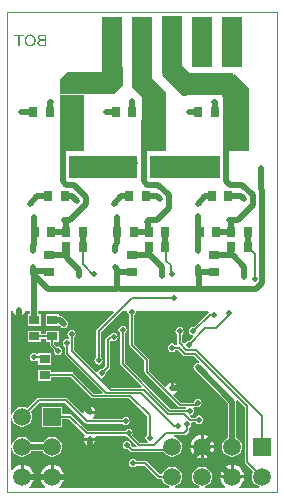
<source format=gbl>
%FSLAX25Y25*%
%MOIN*%
G70*
G01*
G75*
G04 Layer_Physical_Order=2*
G04 Layer_Color=16711680*
%ADD10R,0.03937X0.05906*%
%ADD11R,0.15748X0.08465*%
%ADD12R,0.02402X0.03268*%
%ADD13R,0.15748X0.02362*%
%ADD14R,0.12362X0.02835*%
%ADD15R,0.03543X0.03150*%
%ADD16O,0.02362X0.08661*%
%ADD17P,0.20044X4X360.0*%
G04:AMPARAMS|DCode=18|XSize=8.66mil|YSize=27.56mil|CornerRadius=0mil|HoleSize=0mil|Usage=FLASHONLY|Rotation=315.000|XOffset=0mil|YOffset=0mil|HoleType=Round|Shape=Rectangle|*
%AMROTATEDRECTD18*
4,1,4,-0.01281,-0.00668,0.00668,0.01281,0.01281,0.00668,-0.00668,-0.01281,-0.01281,-0.00668,0.0*
%
%ADD18ROTATEDRECTD18*%

G04:AMPARAMS|DCode=19|XSize=8.66mil|YSize=27.56mil|CornerRadius=0mil|HoleSize=0mil|Usage=FLASHONLY|Rotation=45.000|XOffset=0mil|YOffset=0mil|HoleType=Round|Shape=Rectangle|*
%AMROTATEDRECTD19*
4,1,4,0.00668,-0.01281,-0.01281,0.00668,-0.00668,0.01281,0.01281,-0.00668,0.00668,-0.01281,0.0*
%
%ADD19ROTATEDRECTD19*%

%ADD20C,0.00800*%
%ADD21C,0.00600*%
%ADD22C,0.02000*%
%ADD23R,0.06500X0.17000*%
%ADD24R,0.07000X0.17000*%
%ADD25R,0.08000X0.05500*%
%ADD26R,0.07000X0.33000*%
%ADD27R,0.07500X0.05500*%
%ADD28R,0.10000X0.04500*%
%ADD29R,0.11000X0.04500*%
%ADD30R,0.07000X0.20000*%
%ADD31R,0.58000X0.10500*%
%ADD32C,0.00200*%
%ADD33R,0.05906X0.05906*%
%ADD34C,0.05906*%
%ADD35R,0.05906X0.05906*%
%ADD36C,0.01969*%
%ADD37R,0.01378X0.01378*%
%ADD38R,0.03150X0.03543*%
%ADD39R,0.23000X0.07500*%
%ADD40R,0.23500X0.07500*%
%ADD41R,0.17000X0.07500*%
%ADD42R,0.07000X0.19500*%
%ADD43R,0.08000X0.19500*%
%ADD44R,0.07000X0.21000*%
%ADD45R,0.08000X0.19000*%
G36*
X7866Y152402D02*
X8005Y152385D01*
X8138Y152357D01*
X8266Y152324D01*
X8382Y152279D01*
X8493Y152235D01*
X8593Y152185D01*
X8682Y152135D01*
X8765Y152085D01*
X8838Y152035D01*
X8899Y151991D01*
X8948Y151947D01*
X8987Y151913D01*
X9021Y151885D01*
X9037Y151869D01*
X9043Y151863D01*
X9132Y151758D01*
X9209Y151647D01*
X9281Y151525D01*
X9337Y151403D01*
X9387Y151275D01*
X9431Y151153D01*
X9465Y151031D01*
X9487Y150914D01*
X9509Y150803D01*
X9526Y150698D01*
X9537Y150603D01*
X9548Y150526D01*
Y150459D01*
X9553Y150409D01*
Y150376D01*
Y150370D01*
Y150365D01*
X9542Y150176D01*
X9520Y150004D01*
X9487Y149838D01*
X9465Y149765D01*
X9442Y149693D01*
X9426Y149632D01*
X9404Y149577D01*
X9387Y149527D01*
X9370Y149482D01*
X9359Y149449D01*
X9348Y149427D01*
X9337Y149410D01*
Y149405D01*
X9243Y149244D01*
X9143Y149105D01*
X9032Y148983D01*
X8926Y148883D01*
X8832Y148800D01*
X8793Y148766D01*
X8760Y148744D01*
X8726Y148722D01*
X8704Y148705D01*
X8693Y148700D01*
X8688Y148694D01*
X8604Y148650D01*
X8521Y148611D01*
X8355Y148544D01*
X8194Y148500D01*
X8044Y148467D01*
X7972Y148456D01*
X7911Y148450D01*
X7855Y148439D01*
X7805D01*
X7772Y148433D01*
X7716D01*
X7533Y148444D01*
X7361Y148472D01*
X7200Y148505D01*
X7128Y148528D01*
X7062Y148550D01*
X7000Y148572D01*
X6945Y148594D01*
X6900Y148611D01*
X6862Y148628D01*
X6828Y148644D01*
X6801Y148655D01*
X6790Y148667D01*
X6784D01*
X6629Y148766D01*
X6495Y148877D01*
X6384Y148994D01*
X6290Y149105D01*
X6212Y149210D01*
X6185Y149249D01*
X6162Y149288D01*
X6140Y149321D01*
X6129Y149344D01*
X6118Y149360D01*
Y149366D01*
X6074Y149455D01*
X6040Y149543D01*
X5979Y149721D01*
X5935Y149899D01*
X5907Y150059D01*
X5902Y150132D01*
X5890Y150198D01*
X5885Y150259D01*
Y150309D01*
X5879Y150354D01*
Y150381D01*
Y150404D01*
Y150409D01*
X5890Y150620D01*
X5913Y150814D01*
X5929Y150903D01*
X5951Y150992D01*
X5974Y151070D01*
X5990Y151142D01*
X6013Y151208D01*
X6035Y151269D01*
X6051Y151319D01*
X6074Y151364D01*
X6085Y151397D01*
X6096Y151419D01*
X6107Y151436D01*
Y151442D01*
X6196Y151602D01*
X6301Y151747D01*
X6412Y151869D01*
X6512Y151969D01*
X6606Y152047D01*
X6651Y152080D01*
X6684Y152108D01*
X6717Y152124D01*
X6740Y152141D01*
X6751Y152146D01*
X6756Y152152D01*
X6840Y152196D01*
X6923Y152235D01*
X7084Y152302D01*
X7250Y152346D01*
X7395Y152374D01*
X7461Y152385D01*
X7528Y152396D01*
X7578Y152402D01*
X7628D01*
X7666Y152407D01*
X7716D01*
X7866Y152402D01*
D02*
G37*
G36*
X4500Y58576D02*
X4774Y58631D01*
X5431Y59069D01*
X5869Y59726D01*
X5970Y60231D01*
X7572D01*
Y59231D01*
X6828D01*
Y55281D01*
X11172D01*
Y59231D01*
X10427D01*
Y60231D01*
X35424D01*
X35615Y59769D01*
X29900Y54053D01*
X29723Y53789D01*
X29661Y53477D01*
X29661Y53476D01*
Y44894D01*
X29478Y44772D01*
X29173Y44314D01*
X29065Y43774D01*
X29173Y43234D01*
X29478Y42776D01*
X29936Y42470D01*
X30476Y42363D01*
X31017Y42470D01*
X31475Y42776D01*
X31780Y43234D01*
X31888Y43774D01*
X31780Y44314D01*
X31475Y44772D01*
X31292Y44894D01*
Y53139D01*
X38384Y60231D01*
X39899D01*
X40089Y60000D01*
X40196Y59460D01*
X40502Y59002D01*
X40786Y58812D01*
Y49000D01*
X40841Y48727D01*
X40995Y48495D01*
X45786Y43704D01*
Y40000D01*
X45786Y40000D01*
X45786D01*
X45841Y39727D01*
X45995Y39495D01*
X56995Y28495D01*
X57227Y28341D01*
X57500Y28286D01*
X59664D01*
X59741Y28143D01*
X59484Y27714D01*
X54296D01*
X39214Y42796D01*
Y52812D01*
X39498Y53002D01*
X39804Y53460D01*
X39911Y54000D01*
X39804Y54540D01*
X39498Y54998D01*
X39040Y55304D01*
X38500Y55411D01*
X37960Y55304D01*
X37502Y54998D01*
X37196Y54540D01*
X37089Y54000D01*
X37196Y53460D01*
X37502Y53002D01*
X37786Y52812D01*
Y42500D01*
X37786Y42500D01*
X37786D01*
X37841Y42227D01*
X37995Y41995D01*
X44815Y35176D01*
X44624Y34714D01*
X34796D01*
X31809Y37701D01*
X31954Y38179D01*
X32040Y38196D01*
X32498Y38502D01*
X32804Y38960D01*
X32911Y39500D01*
X32869Y39715D01*
X34077Y40923D01*
X34077Y40923D01*
X34254Y41188D01*
X34254Y41188D01*
X34254Y41188D01*
X34316Y41500D01*
X34316Y41500D01*
Y50096D01*
X34757Y50332D01*
X34960Y50196D01*
X35500Y50089D01*
X36040Y50196D01*
X36498Y50502D01*
X36804Y50960D01*
X36911Y51500D01*
X36804Y52040D01*
X36498Y52498D01*
X36040Y52804D01*
X35500Y52911D01*
X34960Y52804D01*
X34502Y52498D01*
X34362Y52288D01*
X34188Y52254D01*
X34082Y52183D01*
X33923Y52077D01*
X33923Y52077D01*
X32923Y51077D01*
X32746Y50812D01*
X32684Y50500D01*
X32684Y50500D01*
Y41838D01*
X31715Y40869D01*
X31500Y40911D01*
X30960Y40804D01*
X30502Y40498D01*
X30196Y40040D01*
X30179Y39954D01*
X29700Y39809D01*
X22398Y47111D01*
Y51435D01*
X22498Y51502D01*
X22804Y51960D01*
X22911Y52500D01*
X22804Y53040D01*
X22498Y53498D01*
X22040Y53804D01*
X21500Y53911D01*
X20960Y53804D01*
X20502Y53498D01*
X20196Y53040D01*
X20089Y52500D01*
X20196Y51960D01*
X20502Y51502D01*
X20695Y51373D01*
X20671Y50874D01*
X20540Y50804D01*
X20000Y50911D01*
X19460Y50804D01*
X19002Y50498D01*
X18696Y50040D01*
X18589Y49500D01*
X18696Y48960D01*
X19002Y48502D01*
X19286Y48312D01*
Y46000D01*
X19286Y46000D01*
X19286D01*
X19341Y45727D01*
X19495Y45495D01*
X31813Y33178D01*
X31622Y32716D01*
X28938D01*
X22077Y39577D01*
X21812Y39754D01*
X21500Y39816D01*
X21500Y39816D01*
X14672D01*
Y40719D01*
X10328D01*
Y36769D01*
X14672D01*
Y38184D01*
X21162D01*
X28023Y31323D01*
X28023Y31323D01*
X28288Y31146D01*
X28288Y31146D01*
X28288Y31146D01*
D01*
X28288Y31146D01*
X28288Y31146D01*
X28600Y31084D01*
X28600Y31084D01*
X40762D01*
X46684Y25162D01*
Y19120D01*
X46502Y18998D01*
X46196Y18540D01*
X46089Y18000D01*
X46196Y17460D01*
X46502Y17002D01*
X46960Y16696D01*
X46864Y16214D01*
X44296D01*
X41702Y18807D01*
X41804Y18960D01*
X41911Y19500D01*
X41804Y20040D01*
X41498Y20498D01*
X41040Y20804D01*
X40500Y20911D01*
X39960Y20804D01*
X39502Y20498D01*
X39380Y20316D01*
X26838D01*
X21577Y25577D01*
X21312Y25754D01*
X21000Y25816D01*
X21000Y25816D01*
X18353D01*
Y28353D01*
X11647D01*
Y21647D01*
X18353D01*
Y24184D01*
X20662D01*
X25923Y18923D01*
X25923Y18923D01*
Y18923D01*
X25923D01*
X25956Y18760D01*
X25631Y18274D01*
X25576Y18000D01*
X29424D01*
X29369Y18274D01*
X29588Y18684D01*
X39380D01*
X39502Y18502D01*
X39960Y18196D01*
X40378Y18113D01*
X43213Y15278D01*
X43022Y14816D01*
X41838D01*
X41369Y15285D01*
X41411Y15500D01*
X41304Y16040D01*
X40998Y16498D01*
X40540Y16804D01*
X40000Y16911D01*
X39460Y16804D01*
X39002Y16498D01*
X38696Y16040D01*
X38589Y15500D01*
X38696Y14960D01*
X39002Y14502D01*
X39460Y14196D01*
X40000Y14089D01*
X40215Y14131D01*
X40923Y13423D01*
X41188Y13246D01*
X41500Y13184D01*
X41500Y13184D01*
X52167D01*
X52609Y12609D01*
X53309Y12071D01*
X54125Y11734D01*
X55000Y11618D01*
X55875Y11734D01*
X56691Y12071D01*
X57391Y12609D01*
X57929Y13309D01*
X58266Y14125D01*
X58382Y15000D01*
X58266Y15875D01*
X57929Y16691D01*
X57391Y17391D01*
X56691Y17929D01*
X55875Y18267D01*
X55717Y18287D01*
X55749Y18786D01*
X59000D01*
X59273Y18841D01*
X59505Y18995D01*
X60505Y19995D01*
X60659Y20227D01*
X60714Y20500D01*
Y21312D01*
X60998Y21502D01*
X61304Y21960D01*
X61411Y22500D01*
X61332Y22900D01*
X61649Y23286D01*
X62812D01*
X63002Y23002D01*
X63460Y22696D01*
X64000Y22589D01*
X64540Y22696D01*
X64998Y23002D01*
X65304Y23460D01*
X65411Y24000D01*
X65304Y24540D01*
X64998Y24998D01*
X64540Y25304D01*
X64000Y25411D01*
X63460Y25304D01*
X63002Y24998D01*
X62812Y24714D01*
X61296D01*
X60904Y25105D01*
X60934Y25256D01*
X61037Y25596D01*
X61540Y25696D01*
X61998Y26002D01*
X62304Y26460D01*
X62411Y27000D01*
X62304Y27540D01*
X62100Y27845D01*
X62336Y28286D01*
X62825D01*
X62960Y28196D01*
X63500Y28089D01*
X64040Y28196D01*
X64498Y28502D01*
X64804Y28960D01*
X64911Y29500D01*
X64804Y30040D01*
X64498Y30498D01*
X64040Y30804D01*
X63500Y30911D01*
X62960Y30804D01*
X62502Y30498D01*
X62196Y30040D01*
X62131Y29714D01*
X57796D01*
X55402Y32107D01*
X55547Y32586D01*
X55774Y32631D01*
X56431Y33069D01*
X56869Y33726D01*
X56924Y34000D01*
X55000D01*
Y34500D01*
X54500D01*
Y36424D01*
X54226Y36369D01*
X53569Y35931D01*
X53131Y35274D01*
X53086Y35047D01*
X52607Y34902D01*
X47214Y40296D01*
Y44000D01*
D01*
Y44000D01*
X47214D01*
D01*
Y44000D01*
X47214D01*
Y44000D01*
X47214Y44000D01*
X47214Y44000D01*
D01*
D01*
D01*
D01*
X47159Y44273D01*
X47107Y44351D01*
X47107Y44351D01*
X47005Y44505D01*
Y44505D01*
X47005Y44505D01*
X42214Y49296D01*
Y58812D01*
X42498Y59002D01*
X42804Y59460D01*
X42911Y60000D01*
X43101Y60231D01*
X67041D01*
X67186Y59752D01*
X66923Y59577D01*
X66923Y59577D01*
X62215Y54869D01*
X62000Y54911D01*
X61460Y54804D01*
X61002Y54498D01*
X60696Y54040D01*
X60589Y53500D01*
X60696Y52960D01*
X61002Y52502D01*
X61460Y52196D01*
X61843Y52120D01*
X61988Y51641D01*
X60715Y50369D01*
X60500Y50411D01*
X59960Y50304D01*
X59502Y49998D01*
X59196Y49540D01*
X58731Y49399D01*
X58316Y49815D01*
Y52380D01*
X58498Y52502D01*
X58804Y52960D01*
X58911Y53500D01*
X58804Y54040D01*
X58498Y54498D01*
X58040Y54804D01*
X57500Y54911D01*
X56960Y54804D01*
X56502Y54498D01*
X56196Y54040D01*
X56089Y53500D01*
X56196Y52960D01*
X56502Y52502D01*
X56684Y52380D01*
Y49477D01*
X56684Y49477D01*
X56739Y49202D01*
X56661Y49108D01*
X56224Y48816D01*
X55998Y48998D01*
X55998Y48998D01*
X55540Y49304D01*
X55000Y49411D01*
X54460Y49304D01*
X54002Y48998D01*
X53696Y48540D01*
X53589Y48000D01*
X53696Y47460D01*
X54002Y47002D01*
X54460Y46696D01*
X55000Y46589D01*
X55540Y46696D01*
X55998Y47002D01*
X56120Y47184D01*
X56942D01*
X58687Y45439D01*
X58687Y45439D01*
X58846Y45333D01*
X58952Y45262D01*
X59264Y45200D01*
X62146D01*
X64038Y43308D01*
X63802Y42867D01*
X63500Y42927D01*
X62954Y42819D01*
X62491Y42509D01*
X62181Y42046D01*
X62073Y41500D01*
X62181Y40954D01*
X62491Y40491D01*
X73572Y29409D01*
Y18038D01*
X73309Y17929D01*
X72609Y17391D01*
X72071Y16691D01*
X71733Y15875D01*
X71618Y15000D01*
X71733Y14125D01*
X72071Y13309D01*
X72609Y12609D01*
X73309Y12071D01*
X74125Y11734D01*
X75000Y11618D01*
X75875Y11734D01*
X76691Y12071D01*
X77391Y12609D01*
X77929Y13309D01*
X78266Y14125D01*
X78382Y15000D01*
X78266Y15875D01*
X77929Y16691D01*
X77391Y17391D01*
X76691Y17929D01*
X76427Y18038D01*
Y30000D01*
X76367Y30303D01*
X76808Y30538D01*
X79184Y28162D01*
Y10000D01*
X79184Y10000D01*
X79246Y9688D01*
X79423Y9423D01*
X82108Y6739D01*
X82071Y6691D01*
X81734Y5875D01*
X81618Y5000D01*
X81734Y4125D01*
X82071Y3309D01*
X82609Y2609D01*
X83309Y2071D01*
X84125Y1734D01*
X84154Y1730D01*
X84122Y1231D01*
X77359D01*
X77198Y1704D01*
X77819Y2181D01*
X78453Y3007D01*
X78851Y3968D01*
X78921Y4500D01*
X71079D01*
X71149Y3968D01*
X71547Y3007D01*
X72181Y2181D01*
X72802Y1704D01*
X72641Y1231D01*
X65878D01*
X65845Y1730D01*
X65875Y1734D01*
X66691Y2071D01*
X67391Y2609D01*
X67929Y3309D01*
X68266Y4125D01*
X68382Y5000D01*
X68266Y5875D01*
X67929Y6691D01*
X67391Y7391D01*
X66691Y7929D01*
X65875Y8266D01*
X65000Y8382D01*
X64125Y8266D01*
X63309Y7929D01*
X62609Y7391D01*
X62071Y6691D01*
X61734Y5875D01*
X61618Y5000D01*
X61734Y4125D01*
X62071Y3309D01*
X62609Y2609D01*
X63309Y2071D01*
X64125Y1734D01*
X64154Y1730D01*
X64122Y1231D01*
X55878D01*
X55845Y1730D01*
X55875Y1734D01*
X56691Y2071D01*
X57391Y2609D01*
X57929Y3309D01*
X58266Y4125D01*
X58382Y5000D01*
X58266Y5875D01*
X57929Y6691D01*
X57391Y7391D01*
X56691Y7929D01*
X55875Y8266D01*
X55000Y8382D01*
X54125Y8266D01*
X53309Y7929D01*
X52609Y7391D01*
X52071Y6691D01*
X51733Y5875D01*
X51726Y5816D01*
X50838D01*
X46577Y10077D01*
X46312Y10254D01*
X46000Y10316D01*
X46000Y10316D01*
X43120D01*
X42998Y10498D01*
X42540Y10804D01*
X42000Y10911D01*
X41460Y10804D01*
X41002Y10498D01*
X40696Y10040D01*
X40589Y9500D01*
X40696Y8960D01*
X41002Y8502D01*
X41460Y8196D01*
X42000Y8089D01*
X42540Y8196D01*
X42998Y8502D01*
X43120Y8684D01*
X45662D01*
X49923Y4423D01*
X50188Y4247D01*
X50500Y4184D01*
X50500Y4184D01*
X51726D01*
X51733Y4125D01*
X52071Y3309D01*
X52609Y2609D01*
X53309Y2071D01*
X54125Y1734D01*
X54154Y1730D01*
X54122Y1231D01*
X17359D01*
X17198Y1704D01*
X17819Y2181D01*
X18453Y3007D01*
X18851Y3968D01*
X18921Y4500D01*
X11079D01*
X11149Y3968D01*
X11547Y3007D01*
X12181Y2181D01*
X12802Y1704D01*
X12641Y1231D01*
X7359D01*
X7198Y1704D01*
X7819Y2181D01*
X8453Y3007D01*
X8851Y3968D01*
X8921Y4500D01*
X5000D01*
Y5000D01*
X4500D01*
Y8921D01*
X3968Y8851D01*
X3007Y8453D01*
X2181Y7819D01*
X1645Y7121D01*
X1172Y7282D01*
Y14570D01*
X1671Y14603D01*
X1733Y14125D01*
X2071Y13309D01*
X2609Y12609D01*
X3309Y12071D01*
X4125Y11734D01*
X5000Y11618D01*
X5875Y11734D01*
X6691Y12071D01*
X7391Y12609D01*
X7929Y13309D01*
X8038Y13573D01*
X11962D01*
X12071Y13309D01*
X12609Y12609D01*
X13309Y12071D01*
X14125Y11734D01*
X15000Y11618D01*
X15875Y11734D01*
X16691Y12071D01*
X17391Y12609D01*
X17929Y13309D01*
X18266Y14125D01*
X18382Y15000D01*
X18266Y15875D01*
X17929Y16691D01*
X17391Y17391D01*
X16691Y17929D01*
X15875Y18267D01*
X15000Y18382D01*
X14125Y18267D01*
X13309Y17929D01*
X12609Y17391D01*
X12071Y16691D01*
X11962Y16428D01*
X8038D01*
X7929Y16691D01*
X7391Y17391D01*
X6691Y17929D01*
X5875Y18267D01*
X5000Y18382D01*
X4125Y18267D01*
X3309Y17929D01*
X2609Y17391D01*
X2071Y16691D01*
X1733Y15875D01*
X1671Y15397D01*
X1172Y15430D01*
Y24570D01*
X1671Y24603D01*
X1733Y24125D01*
X2071Y23309D01*
X2609Y22609D01*
X3309Y22071D01*
X4125Y21734D01*
X5000Y21618D01*
X5875Y21734D01*
X6691Y22071D01*
X7391Y22609D01*
X7929Y23309D01*
X8266Y24125D01*
X8382Y25000D01*
X8266Y25875D01*
X7929Y26691D01*
X7892Y26739D01*
X10838Y29684D01*
X19162D01*
X25923Y22923D01*
X25923Y22923D01*
X26188Y22746D01*
X26500Y22684D01*
X38380D01*
X38502Y22502D01*
X38960Y22196D01*
X39500Y22089D01*
X40040Y22196D01*
X40498Y22502D01*
X40804Y22960D01*
X40911Y23500D01*
X40804Y24040D01*
X40498Y24498D01*
X40040Y24804D01*
X39500Y24911D01*
X38960Y24804D01*
X38502Y24498D01*
X38380Y24316D01*
X28664D01*
X28519Y24794D01*
X28931Y25069D01*
X29369Y25726D01*
X29424Y26000D01*
X27500D01*
Y26500D01*
X27000D01*
Y28424D01*
X26726Y28369D01*
X26069Y27931D01*
X25631Y27274D01*
X25477Y26500D01*
X25513Y26317D01*
X25072Y26081D01*
X20077Y31077D01*
X19812Y31254D01*
X19500Y31316D01*
X19500Y31316D01*
X10500D01*
X10188Y31254D01*
X10082Y31183D01*
X9923Y31077D01*
X9923Y31077D01*
X6739Y27892D01*
X6691Y27929D01*
X5875Y28267D01*
X5000Y28382D01*
X4125Y28267D01*
X3309Y27929D01*
X2609Y27391D01*
X2071Y26691D01*
X1733Y25875D01*
X1671Y25398D01*
X1172Y25430D01*
Y60231D01*
X2030D01*
X2131Y59726D01*
X2569Y59069D01*
X3226Y58631D01*
X3500Y58576D01*
Y60500D01*
X4500D01*
Y58576D01*
D02*
G37*
G36*
X13000Y148500D02*
X11535D01*
X11402Y148505D01*
X11285Y148511D01*
X11180Y148522D01*
X11091Y148533D01*
X11019Y148544D01*
X10963Y148550D01*
X10930Y148561D01*
X10919D01*
X10824Y148589D01*
X10747Y148617D01*
X10675Y148650D01*
X10614Y148683D01*
X10564Y148705D01*
X10525Y148728D01*
X10503Y148744D01*
X10497Y148750D01*
X10436Y148800D01*
X10380Y148861D01*
X10336Y148922D01*
X10292Y148977D01*
X10258Y149033D01*
X10236Y149072D01*
X10220Y149099D01*
X10214Y149110D01*
X10175Y149199D01*
X10147Y149288D01*
X10125Y149371D01*
X10114Y149449D01*
X10103Y149516D01*
X10097Y149571D01*
Y149604D01*
Y149610D01*
Y149616D01*
X10103Y149738D01*
X10125Y149849D01*
X10158Y149943D01*
X10192Y150032D01*
X10225Y150098D01*
X10258Y150148D01*
X10281Y150182D01*
X10286Y150193D01*
X10364Y150282D01*
X10447Y150354D01*
X10541Y150415D01*
X10625Y150465D01*
X10702Y150504D01*
X10769Y150526D01*
X10791Y150537D01*
X10808Y150542D01*
X10819Y150548D01*
X10824D01*
X10730Y150603D01*
X10647Y150659D01*
X10580Y150720D01*
X10525Y150776D01*
X10480Y150820D01*
X10447Y150864D01*
X10430Y150886D01*
X10425Y150898D01*
X10380Y150981D01*
X10347Y151058D01*
X10319Y151136D01*
X10303Y151208D01*
X10292Y151269D01*
X10286Y151319D01*
Y151347D01*
Y151358D01*
X10292Y151453D01*
X10308Y151547D01*
X10336Y151630D01*
X10364Y151708D01*
X10391Y151775D01*
X10419Y151819D01*
X10436Y151852D01*
X10441Y151863D01*
X10503Y151947D01*
X10569Y152024D01*
X10641Y152085D01*
X10708Y152135D01*
X10763Y152174D01*
X10813Y152202D01*
X10847Y152218D01*
X10852Y152224D01*
X10858D01*
X10963Y152263D01*
X11080Y152291D01*
X11196Y152313D01*
X11307Y152324D01*
X11407Y152335D01*
X11452D01*
X11490Y152341D01*
X13000D01*
Y148500D01*
D02*
G37*
G36*
X5513Y151885D02*
X4248D01*
Y148500D01*
X3737D01*
Y151885D01*
X2472D01*
Y152341D01*
X5513D01*
Y151885D01*
D02*
G37*
G36*
X38500Y135500D02*
X35500Y132500D01*
X17500D01*
Y137500D01*
X20000Y140000D01*
X31500D01*
Y141500D01*
X38500D01*
Y135500D01*
D02*
G37*
G36*
X80500Y134500D02*
Y133000D01*
X73500D01*
X75500Y139500D01*
X80500Y134500D01*
D02*
G37*
G36*
X53000Y133000D02*
Y131500D01*
X45000D01*
X41500Y135000D01*
Y137500D01*
X48500D01*
X53000Y133000D01*
D02*
G37*
G36*
X61000Y139500D02*
X60000Y132000D01*
X58500D01*
X51500Y139000D01*
X58500Y142000D01*
X61000Y139500D01*
D02*
G37*
%LPC*%
G36*
X15500Y8921D02*
Y5500D01*
X18921D01*
X18851Y6032D01*
X18453Y6994D01*
X17819Y7819D01*
X16993Y8453D01*
X16032Y8851D01*
X15500Y8921D01*
D02*
G37*
G36*
X14500D02*
X13968Y8851D01*
X13006Y8453D01*
X12181Y7819D01*
X11547Y6994D01*
X11149Y6032D01*
X11079Y5500D01*
X14500D01*
Y8921D01*
D02*
G37*
G36*
X75500D02*
Y5500D01*
X78921D01*
X78851Y6032D01*
X78453Y6994D01*
X77819Y7819D01*
X76993Y8453D01*
X76032Y8851D01*
X75500Y8921D01*
D02*
G37*
G36*
X74500D02*
X73968Y8851D01*
X73006Y8453D01*
X72181Y7819D01*
X71547Y6994D01*
X71149Y6032D01*
X71079Y5500D01*
X74500D01*
Y8921D01*
D02*
G37*
G36*
X12489Y150276D02*
X11479D01*
X11363Y150265D01*
X11268Y150254D01*
X11191Y150243D01*
X11130Y150232D01*
X11080Y150221D01*
X11057Y150215D01*
X11046Y150209D01*
X10974Y150182D01*
X10913Y150148D01*
X10858Y150110D01*
X10813Y150071D01*
X10780Y150037D01*
X10758Y150010D01*
X10741Y149987D01*
X10736Y149982D01*
X10697Y149921D01*
X10669Y149860D01*
X10647Y149799D01*
X10636Y149743D01*
X10625Y149693D01*
X10619Y149649D01*
Y149627D01*
Y149616D01*
X10625Y149549D01*
X10630Y149482D01*
X10641Y149427D01*
X10658Y149382D01*
X10675Y149344D01*
X10686Y149310D01*
X10691Y149294D01*
X10697Y149288D01*
X10730Y149238D01*
X10758Y149194D01*
X10797Y149160D01*
X10824Y149127D01*
X10852Y149105D01*
X10874Y149088D01*
X10891Y149077D01*
X10897Y149072D01*
X10991Y149027D01*
X11085Y148994D01*
X11124Y148983D01*
X11157Y148977D01*
X11180Y148972D01*
X11185D01*
X11230Y148966D01*
X11280Y148961D01*
X11396Y148955D01*
X12489D01*
Y150276D01*
D02*
G37*
G36*
X7766Y151969D02*
X7716D01*
X7578Y151963D01*
X7445Y151941D01*
X7328Y151908D01*
X7228Y151874D01*
X7145Y151836D01*
X7112Y151819D01*
X7084Y151808D01*
X7056Y151791D01*
X7039Y151786D01*
X7034Y151775D01*
X7028D01*
X6923Y151697D01*
X6828Y151608D01*
X6745Y151519D01*
X6679Y151430D01*
X6629Y151353D01*
X6590Y151286D01*
X6579Y151264D01*
X6567Y151247D01*
X6562Y151236D01*
Y151231D01*
X6506Y151097D01*
X6468Y150953D01*
X6440Y150820D01*
X6423Y150692D01*
X6412Y150631D01*
X6407Y150581D01*
Y150531D01*
X6401Y150493D01*
Y150459D01*
Y150437D01*
Y150420D01*
Y150415D01*
X6407Y150282D01*
X6418Y150154D01*
X6434Y150032D01*
X6457Y149921D01*
X6490Y149821D01*
X6518Y149726D01*
X6551Y149638D01*
X6584Y149560D01*
X6623Y149494D01*
X6656Y149432D01*
X6684Y149382D01*
X6712Y149344D01*
X6740Y149310D01*
X6756Y149283D01*
X6767Y149272D01*
X6773Y149266D01*
X6845Y149194D01*
X6923Y149133D01*
X7000Y149083D01*
X7078Y149033D01*
X7156Y148994D01*
X7239Y148966D01*
X7311Y148938D01*
X7389Y148916D01*
X7456Y148900D01*
X7522Y148889D01*
X7578Y148877D01*
X7628Y148872D01*
X7666D01*
X7694Y148866D01*
X7722D01*
X7827Y148872D01*
X7927Y148883D01*
X8016Y148905D01*
X8105Y148927D01*
X8188Y148961D01*
X8266Y148994D01*
X8338Y149027D01*
X8405Y149066D01*
X8460Y149105D01*
X8510Y149138D01*
X8554Y149172D01*
X8593Y149205D01*
X8621Y149227D01*
X8643Y149249D01*
X8654Y149260D01*
X8660Y149266D01*
X8726Y149344D01*
X8782Y149427D01*
X8832Y149516D01*
X8876Y149604D01*
X8910Y149699D01*
X8943Y149788D01*
X8987Y149965D01*
X8998Y150043D01*
X9010Y150121D01*
X9021Y150187D01*
X9026Y150243D01*
X9032Y150293D01*
Y150331D01*
Y150354D01*
Y150359D01*
X9026Y150515D01*
X9015Y150659D01*
X8998Y150798D01*
X8971Y150920D01*
X8943Y151031D01*
X8910Y151131D01*
X8871Y151225D01*
X8838Y151303D01*
X8799Y151375D01*
X8765Y151436D01*
X8732Y151486D01*
X8704Y151525D01*
X8677Y151558D01*
X8660Y151580D01*
X8649Y151591D01*
X8643Y151597D01*
X8571Y151663D01*
X8493Y151719D01*
X8416Y151769D01*
X8332Y151813D01*
X8255Y151847D01*
X8177Y151880D01*
X8033Y151924D01*
X7966Y151935D01*
X7905Y151947D01*
X7855Y151958D01*
X7805Y151963D01*
X7766Y151969D01*
D02*
G37*
G36*
X5500Y8921D02*
Y5500D01*
X8921D01*
X8851Y6032D01*
X8453Y6994D01*
X7819Y7819D01*
X6993Y8453D01*
X6032Y8851D01*
X5500Y8921D01*
D02*
G37*
G36*
X12489Y151885D02*
X11579D01*
X11457Y151874D01*
X11363Y151869D01*
X11280Y151858D01*
X11218Y151847D01*
X11180Y151841D01*
X11152Y151830D01*
X11146D01*
X11085Y151808D01*
X11030Y151775D01*
X10985Y151741D01*
X10947Y151708D01*
X10919Y151680D01*
X10897Y151652D01*
X10886Y151636D01*
X10880Y151630D01*
X10847Y151575D01*
X10824Y151519D01*
X10808Y151464D01*
X10797Y151408D01*
X10791Y151364D01*
X10786Y151330D01*
Y151308D01*
Y151297D01*
X10791Y151225D01*
X10802Y151158D01*
X10819Y151103D01*
X10836Y151058D01*
X10852Y151020D01*
X10869Y150986D01*
X10880Y150970D01*
X10886Y150964D01*
X10924Y150920D01*
X10974Y150875D01*
X11024Y150842D01*
X11069Y150820D01*
X11113Y150798D01*
X11146Y150781D01*
X11169Y150776D01*
X11180Y150770D01*
X11241Y150759D01*
X11318Y150748D01*
X11396Y150742D01*
X11474Y150737D01*
X11546Y150731D01*
X12489D01*
Y151885D01*
D02*
G37*
G36*
X55500Y36424D02*
Y35000D01*
X56924D01*
X56869Y35274D01*
X56431Y35931D01*
X55774Y36369D01*
X55500Y36424D01*
D02*
G37*
G36*
X28000Y28424D02*
Y27000D01*
X29424D01*
X29369Y27274D01*
X28931Y27931D01*
X28274Y28369D01*
X28000Y28424D01*
D02*
G37*
G36*
X8888Y46300D02*
X8348Y46192D01*
X7890Y45886D01*
X7584Y45428D01*
X7477Y44888D01*
X7584Y44348D01*
X7890Y43890D01*
X8348Y43584D01*
X8888Y43477D01*
X9428Y43584D01*
X9886Y43890D01*
X10328Y43595D01*
Y42281D01*
X14672D01*
Y46231D01*
X10328D01*
Y46182D01*
X9886Y45886D01*
X9428Y46192D01*
X8888Y46300D01*
D02*
G37*
G36*
X17172Y59231D02*
X12828D01*
Y55281D01*
X17172D01*
X17172Y55281D01*
Y55281D01*
X17545Y55436D01*
X17991Y54991D01*
X18454Y54681D01*
X19000Y54573D01*
X19546Y54681D01*
X20009Y54991D01*
X20319Y55454D01*
X20427Y56000D01*
X20319Y56546D01*
X20009Y57009D01*
X18754Y58265D01*
X18290Y58575D01*
X17744Y58683D01*
X17744Y58683D01*
X17172D01*
Y59231D01*
D02*
G37*
G36*
Y53719D02*
X12828D01*
Y52458D01*
X11172D01*
Y53719D01*
X6828D01*
Y49769D01*
X11172D01*
Y51030D01*
X12828D01*
Y49769D01*
X14286D01*
Y49000D01*
X14341Y48727D01*
X14495Y48495D01*
X15655Y47335D01*
X15589Y47000D01*
X15696Y46460D01*
X16002Y46002D01*
X16460Y45696D01*
X17000Y45589D01*
X17540Y45696D01*
X17998Y46002D01*
X18304Y46460D01*
X18411Y47000D01*
X18304Y47540D01*
X17998Y47998D01*
X17540Y48304D01*
X17000Y48411D01*
X16665Y48345D01*
X15714Y49296D01*
Y49769D01*
X17172D01*
Y53719D01*
D02*
G37*
G36*
X29424Y17000D02*
X28000D01*
Y15576D01*
X28274Y15631D01*
X28931Y16069D01*
X29369Y16726D01*
X29424Y17000D01*
D02*
G37*
G36*
X68921Y14500D02*
X65500D01*
Y11079D01*
X66032Y11149D01*
X66993Y11547D01*
X67819Y12181D01*
X68453Y13007D01*
X68851Y13968D01*
X68921Y14500D01*
D02*
G37*
G36*
X64500D02*
X61079D01*
X61149Y13968D01*
X61547Y13007D01*
X62181Y12181D01*
X63007Y11547D01*
X63968Y11149D01*
X64500Y11079D01*
Y14500D01*
D02*
G37*
G36*
Y18921D02*
X63968Y18851D01*
X63007Y18453D01*
X62181Y17819D01*
X61547Y16994D01*
X61149Y16032D01*
X61079Y15500D01*
X64500D01*
Y18921D01*
D02*
G37*
G36*
X27000Y17000D02*
X25576D01*
X25631Y16726D01*
X26069Y16069D01*
X26726Y15631D01*
X27000Y15576D01*
Y17000D01*
D02*
G37*
G36*
X65500Y18921D02*
Y15500D01*
X68921D01*
X68851Y16032D01*
X68453Y16994D01*
X67819Y17819D01*
X66993Y18453D01*
X66032Y18851D01*
X65500Y18921D01*
D02*
G37*
%LPD*%
D15*
X12500Y38744D02*
D03*
Y44256D02*
D03*
X9000Y57256D02*
D03*
Y51744D02*
D03*
X15000D02*
D03*
Y57256D02*
D03*
X69000Y73244D02*
D03*
Y78756D02*
D03*
X41500Y73244D02*
D03*
Y78756D02*
D03*
X14000Y73244D02*
D03*
Y78756D02*
D03*
D20*
X54000Y14000D02*
X55000Y15000D01*
X41500Y14000D02*
X54000D01*
X40000Y15500D02*
X41500Y14000D01*
X41100Y31900D02*
X47500Y25500D01*
Y18000D02*
Y25500D01*
X85000Y15000D02*
Y25197D01*
X59761Y47216D02*
X62981D01*
X57500Y49477D02*
X59761Y47216D01*
X62981D02*
X85000Y25197D01*
X59264Y46016D02*
X62484D01*
X57280Y48000D02*
X59264Y46016D01*
X55000Y48000D02*
X57280D01*
X62484Y46016D02*
X80000Y28500D01*
Y10000D02*
Y28500D01*
X57500Y49477D02*
Y53500D01*
X50500Y5000D02*
X55000D01*
X46000Y9500D02*
X50500Y5000D01*
X42000Y9500D02*
X46000D01*
X80000Y10000D02*
X85000Y5000D01*
X5000Y25000D02*
X10500Y30500D01*
X19500D01*
X26500Y23500D01*
X39500D01*
X15000Y25000D02*
X21000D01*
X26500Y19500D01*
X40500D01*
X12500Y38744D02*
X12756Y39000D01*
X21500D01*
X28600Y31900D01*
X41100D01*
X67500Y59000D02*
X69000D01*
X62000Y53500D02*
X67500Y59000D01*
X74000D02*
Y59500D01*
X69500Y54500D02*
X74000Y59000D01*
X66000Y54500D02*
X69500D01*
X60500Y49000D02*
X66000Y54500D01*
X34500Y51500D02*
X35500D01*
X33500Y50500D02*
X34500Y51500D01*
X33500Y41500D02*
Y50500D01*
X31500Y39500D02*
X33500Y41500D01*
X41500Y64500D02*
X55500D01*
X30476Y53477D02*
X41500Y64500D01*
X30476Y43774D02*
Y53477D01*
X25256Y75744D02*
X29000Y72000D01*
X82500Y71000D02*
Y79256D01*
X80256Y81500D02*
X82500Y79256D01*
X54500Y73000D02*
X55000Y72500D01*
X54500Y73000D02*
Y75500D01*
X53000Y77000D02*
X54500Y75500D01*
X53000Y77000D02*
Y81256D01*
X52756Y81500D02*
X53000Y81256D01*
X29000Y72000D02*
Y72500D01*
X25256Y75744D02*
Y81500D01*
D21*
X40500Y19000D02*
Y19500D01*
Y19000D02*
X44000Y15500D01*
X49000D01*
X53000Y19500D01*
X59000D01*
X60000Y20500D01*
Y22500D01*
X61000Y24000D02*
X64000D01*
X59000Y26000D02*
X61000Y24000D01*
X53586Y26000D02*
X59000D01*
X55500Y22000D02*
X57000D01*
X46500Y40000D02*
X57500Y29000D01*
X41500Y49000D02*
X46500Y44000D01*
Y40000D02*
Y44000D01*
X45586Y34000D02*
X53586Y26000D01*
X34500Y34000D02*
X45586D01*
X54000Y27000D02*
X61000D01*
X38500Y42500D02*
X54000Y27000D01*
X38500Y42500D02*
Y54000D01*
X44500Y33000D02*
X55500Y22000D01*
X21684Y46816D02*
X34500Y34000D01*
X21684Y46816D02*
Y52316D01*
X33000Y33000D02*
X44500D01*
X20000Y46000D02*
X33000Y33000D01*
X20000Y46000D02*
Y49500D01*
X21500Y52500D02*
X21684Y52316D01*
X41500Y49000D02*
Y60000D01*
X63000Y29000D02*
X63500Y29500D01*
X57500Y29000D02*
X63000D01*
X15000Y49000D02*
Y51744D01*
Y49000D02*
X17000Y47000D01*
X8888Y44888D02*
X11868D01*
X9000Y51744D02*
X15000D01*
D22*
X27800Y12200D02*
X49300D01*
X27500Y12500D02*
X27800Y12200D01*
X49300D02*
X51500Y10000D01*
X20000Y34000D02*
X27500Y26500D01*
X8500Y34000D02*
X20000D01*
X27500Y12500D02*
Y17500D01*
X20000Y5000D02*
X27500Y12500D01*
X15000Y5000D02*
X20000D01*
X6500Y36000D02*
X8500Y34000D01*
X6500Y36000D02*
Y43000D01*
X4000Y45500D02*
X6500Y43000D01*
X4000Y45500D02*
Y60500D01*
X63500Y41500D02*
X75000Y30000D01*
Y15000D02*
Y30000D01*
X55000Y34500D02*
X65000D01*
X68500Y31000D01*
Y18500D02*
Y31000D01*
X65000Y15000D02*
X68500Y18500D01*
X51500Y10000D02*
X60500D01*
X65000Y14500D01*
Y15000D01*
X63744Y82244D02*
Y91756D01*
Y82244D02*
Y91756D01*
Y82244D02*
Y91756D01*
Y82244D02*
Y91756D01*
Y82244D02*
Y91756D01*
X47000Y86744D02*
Y90000D01*
Y86744D02*
Y90000D01*
Y86744D02*
Y90000D01*
Y86744D02*
Y90000D01*
Y86744D02*
Y90000D01*
X18500Y103529D02*
Y116000D01*
Y103529D02*
Y116000D01*
Y103529D02*
Y116000D01*
Y103529D02*
Y116000D01*
Y103529D02*
Y116000D01*
X20000Y117500D01*
X18500Y116000D02*
X20000Y117500D01*
X18500Y116000D02*
X20000Y117500D01*
X18500Y116000D02*
X20000Y117500D01*
X18500Y116000D02*
X20000Y117500D01*
X9000Y82500D02*
Y91500D01*
Y82500D02*
Y91500D01*
Y82500D02*
Y91500D01*
Y82500D02*
Y91500D01*
Y82500D02*
Y91500D01*
X69000Y78756D02*
X75244D01*
X69000D02*
X75244D01*
X41500D02*
X46756D01*
X9000Y82500D02*
Y91500D01*
X18500Y103529D02*
Y116000D01*
X20000Y117500D01*
X47000Y86744D02*
Y90000D01*
Y86744D02*
X47244Y86500D01*
X63744Y82244D02*
Y91756D01*
X63500Y72500D02*
Y74830D01*
X36500Y72500D02*
Y74330D01*
Y67500D02*
Y72500D01*
X8500D02*
X13500Y67500D01*
X8500Y72500D02*
X9500Y73500D01*
X9000Y57256D02*
Y72000D01*
X17744Y57256D02*
X19000Y56000D01*
X15000Y57256D02*
X17744D01*
X24000Y72000D02*
Y74000D01*
X14000Y78756D02*
X19244D01*
X20000Y78000D02*
X24000Y74000D01*
X65000Y15000D02*
X75000Y5000D01*
X53500Y109500D02*
X64500D01*
X37244Y73244D02*
X41500D01*
X13500Y67500D02*
X36500D01*
X5000Y15000D02*
X15000D01*
X5000Y5000D02*
X15000D01*
X64000Y67500D02*
X83000D01*
X62500D02*
X64000D01*
Y72000D01*
X83000Y67500D02*
X85000Y69500D01*
X84500Y100985D02*
Y108000D01*
Y100985D02*
X85000Y100485D01*
Y69500D02*
Y100485D01*
X37500Y67500D02*
X62000D01*
X67500Y109500D02*
X69500D01*
X64500D02*
X67500D01*
X10000Y98500D02*
X13744D01*
X7500Y96000D02*
X10000Y98500D01*
X20000Y117500D02*
X23000D01*
X14756Y86500D02*
X19744D01*
X74000Y90500D02*
X77000D01*
X74744Y86500D02*
Y89756D01*
X63500Y82000D02*
X63744Y82244D01*
X54000Y94500D02*
Y98743D01*
X50000Y90500D02*
X54000Y94500D01*
X22243Y102272D02*
X26272Y98243D01*
X19757Y102272D02*
X22243D01*
X18500Y103529D02*
X19757Y102272D01*
X26272Y95757D02*
Y98243D01*
X38000Y98500D02*
X40744D01*
X35500Y96000D02*
X38000Y98500D01*
X73000Y103500D02*
Y132000D01*
X70500Y134500D02*
X73000Y132000D01*
X45500Y123500D02*
X47000Y125000D01*
X45500Y103500D02*
Y123500D01*
Y103500D02*
X46728Y102272D01*
X69602Y109398D02*
X70000D01*
X69500Y109500D02*
X69602Y109398D01*
X78471Y102272D02*
X82000Y98743D01*
Y95500D02*
Y98743D01*
X74228Y102272D02*
X78471D01*
X73000Y103500D02*
X74228Y102272D01*
X63500Y96000D02*
X66000Y98500D01*
X68244D01*
X50471Y102272D02*
X54000Y98743D01*
X46728Y102272D02*
X50471D01*
X77000Y90500D02*
X82000Y95500D01*
X21014Y90500D02*
X26272Y95757D01*
X55000Y138000D02*
Y145000D01*
Y138000D02*
X58500Y134500D01*
X70500D01*
X45000Y145000D02*
X47000Y143000D01*
Y125000D02*
Y143000D01*
X69256Y126500D02*
Y129744D01*
X69000Y130000D02*
X69256Y129744D01*
X73756Y98500D02*
X78000D01*
X79000Y97500D01*
X46256Y98500D02*
X50000D01*
X51000Y97500D01*
X75244Y78756D02*
X79000Y75000D01*
Y71500D02*
Y75000D01*
X47244Y79244D02*
X51500Y74988D01*
Y72000D02*
Y74988D01*
X63500Y72500D02*
X64000Y72000D01*
X64244Y73244D02*
X69000D01*
X36000Y74830D02*
X36500Y74330D01*
X36744Y86500D02*
Y91256D01*
X36500Y91500D02*
X36744Y91256D01*
X47000Y90500D02*
X50000D01*
X33000Y126500D02*
X36244D01*
X60500D02*
X63744D01*
X41756D02*
Y130244D01*
X42256Y86500D02*
X47244D01*
X69756D02*
X74744D01*
X80256Y81500D02*
Y86500D01*
X63500Y80145D02*
Y82000D01*
X46756Y78756D02*
X47244Y79244D01*
X52756Y81500D02*
Y86500D01*
X36744Y82744D02*
Y86500D01*
X36000Y82000D02*
X36744Y82744D01*
X36000Y80145D02*
Y82000D01*
X19000Y90500D02*
X21014D01*
X19256Y98500D02*
X21772D01*
X23272Y97000D01*
X14256Y129756D02*
X14500Y130000D01*
X14256Y126500D02*
Y129756D01*
X4823Y126500D02*
X8744D01*
X19000Y90500D02*
X19744Y89756D01*
Y86500D02*
Y89756D01*
X25256Y81500D02*
Y86500D01*
X20000Y78000D02*
Y81244D01*
X19744Y81500D02*
X20000Y81244D01*
X8500Y82000D02*
X9000Y82500D01*
X13744Y73500D02*
X14000Y73244D01*
X9500Y73500D02*
X13744D01*
X8500Y72500D02*
Y74830D01*
Y80145D02*
Y82000D01*
D24*
X75000Y150000D02*
D03*
X65000D02*
D03*
X35000D02*
D03*
D32*
X-0Y0D02*
Y160000D01*
X90000D01*
Y0D02*
Y160000D01*
X-0Y0D02*
X90000D01*
D33*
X15000Y25000D02*
D03*
D34*
X5000D02*
D03*
X15000Y15000D02*
D03*
X5000D02*
D03*
X15000Y5000D02*
D03*
X5000D02*
D03*
X75000Y145000D02*
D03*
Y155000D02*
D03*
X65000Y145000D02*
D03*
Y155000D02*
D03*
X55000Y145000D02*
D03*
Y155000D02*
D03*
X45000Y145000D02*
D03*
Y155000D02*
D03*
X35000Y145000D02*
D03*
X55000Y5000D02*
D03*
Y15000D02*
D03*
X65000Y5000D02*
D03*
Y15000D02*
D03*
X75000Y5000D02*
D03*
Y15000D02*
D03*
X85000Y5000D02*
D03*
D35*
X35000Y155000D02*
D03*
X85000Y15000D02*
D03*
D36*
X40000Y15500D02*
D03*
X47500Y18000D02*
D03*
X60000Y22500D02*
D03*
X64000Y24000D02*
D03*
X57000Y22000D02*
D03*
X27500Y26500D02*
D03*
Y17500D02*
D03*
X4000Y60500D02*
D03*
X63500Y41500D02*
D03*
X55000Y34500D02*
D03*
X42000Y9500D02*
D03*
X55000Y48000D02*
D03*
X57500Y53500D02*
D03*
X39500Y23500D02*
D03*
X40500Y19500D02*
D03*
X69000Y59000D02*
D03*
X62000Y53500D02*
D03*
X74000Y59500D02*
D03*
X60500Y49000D02*
D03*
X35500Y51500D02*
D03*
X31500Y39500D02*
D03*
X55500Y64500D02*
D03*
X30476Y43774D02*
D03*
X41500Y60000D02*
D03*
X61000Y27000D02*
D03*
X38500Y54000D02*
D03*
X63500Y29500D02*
D03*
X17000Y47000D02*
D03*
X20000Y49500D02*
D03*
X21500Y52500D02*
D03*
X8888Y44888D02*
D03*
X19000Y56000D02*
D03*
X84500Y108000D02*
D03*
X82500Y71000D02*
D03*
X55000Y72500D02*
D03*
X29000D02*
D03*
X7500Y96000D02*
D03*
X22500Y109500D02*
D03*
Y106500D02*
D03*
X26000D02*
D03*
Y109500D02*
D03*
X40000D02*
D03*
X42000Y107000D02*
D03*
X42500Y109398D02*
D03*
X37000Y109500D02*
D03*
X35500Y96000D02*
D03*
X53500Y109500D02*
D03*
Y106500D02*
D03*
X50000D02*
D03*
Y109500D02*
D03*
X64500D02*
D03*
X70000Y109398D02*
D03*
X69500Y107000D02*
D03*
X67500Y109500D02*
D03*
X60500Y126500D02*
D03*
X63500Y96000D02*
D03*
X75000Y115000D02*
D03*
X78000D02*
D03*
X75000Y117500D02*
D03*
X78000D02*
D03*
X75000Y120000D02*
D03*
X78000D02*
D03*
X50500Y115000D02*
D03*
X47500D02*
D03*
X50500Y120000D02*
D03*
X47500D02*
D03*
Y117500D02*
D03*
X50500D02*
D03*
X20000Y120000D02*
D03*
Y117500D02*
D03*
Y115000D02*
D03*
X23000D02*
D03*
Y120000D02*
D03*
Y117500D02*
D03*
X79000Y97500D02*
D03*
X51000D02*
D03*
X79000Y71500D02*
D03*
X51500Y72000D02*
D03*
X64000D02*
D03*
X36500Y72500D02*
D03*
Y91500D02*
D03*
X63500Y92000D02*
D03*
X74000Y90500D02*
D03*
X46500Y90000D02*
D03*
X33000Y126500D02*
D03*
X69000Y130000D02*
D03*
X41756Y130244D02*
D03*
X23272Y97000D02*
D03*
X14500Y130000D02*
D03*
X24000Y72000D02*
D03*
X19000Y90500D02*
D03*
X8500Y72500D02*
D03*
X9000Y91500D02*
D03*
X4661Y126661D02*
D03*
D37*
X63500Y74830D02*
D03*
Y80145D02*
D03*
X36000Y74830D02*
D03*
Y80145D02*
D03*
X8500Y74830D02*
D03*
Y80145D02*
D03*
D38*
X68244Y98500D02*
D03*
X73756D02*
D03*
X40744D02*
D03*
X46256D02*
D03*
X74744Y86500D02*
D03*
X80256D02*
D03*
X47244D02*
D03*
X52756D02*
D03*
X25256Y81500D02*
D03*
X19744D02*
D03*
X80256D02*
D03*
X74744D02*
D03*
X52756D02*
D03*
X47244D02*
D03*
X64244Y86500D02*
D03*
X69756D02*
D03*
X9244D02*
D03*
X14756D02*
D03*
X36744D02*
D03*
X42256D02*
D03*
X63744Y126500D02*
D03*
X69256D02*
D03*
X36244D02*
D03*
X41756D02*
D03*
X13744Y98500D02*
D03*
X19256D02*
D03*
X8744Y126500D02*
D03*
X14256D02*
D03*
X19744Y86500D02*
D03*
X25256D02*
D03*
D39*
X32000Y108250D02*
D03*
D40*
X59250D02*
D03*
D41*
X67000Y135750D02*
D03*
D42*
X55000Y148750D02*
D03*
D43*
X76500Y123250D02*
D03*
X49000D02*
D03*
D44*
X45000Y148000D02*
D03*
D45*
X21500Y123000D02*
D03*
M02*

</source>
